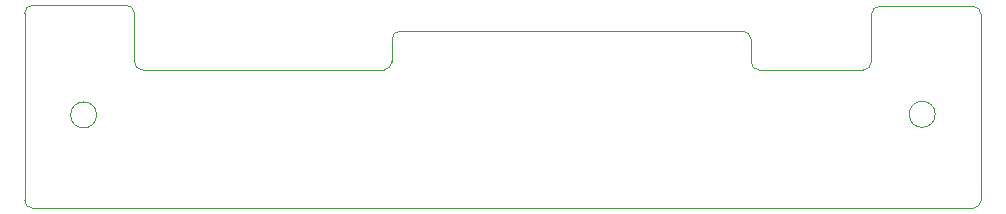
<source format=gm1>
G04 #@! TF.GenerationSoftware,KiCad,Pcbnew,7.0.2-0*
G04 #@! TF.CreationDate,2024-01-02T14:26:46-05:00*
G04 #@! TF.ProjectId,GTV,4754562e-6b69-4636-9164-5f7063625858,rev?*
G04 #@! TF.SameCoordinates,Original*
G04 #@! TF.FileFunction,Profile,NP*
%FSLAX46Y46*%
G04 Gerber Fmt 4.6, Leading zero omitted, Abs format (unit mm)*
G04 Created by KiCad (PCBNEW 7.0.2-0) date 2024-01-02 14:26:46*
%MOMM*%
%LPD*%
G01*
G04 APERTURE LIST*
G04 #@! TA.AperFunction,Profile*
%ADD10C,0.100000*%
G04 #@! TD*
G04 APERTURE END LIST*
D10*
X157800000Y-107598000D02*
G75*
G03*
X158500000Y-106898000I0J700000D01*
G01*
X137400000Y-107600000D02*
X157800000Y-107598000D01*
X189600000Y-107598000D02*
X198400000Y-107600000D01*
X136700000Y-102800000D02*
X136700000Y-106900000D01*
X188900000Y-105000000D02*
G75*
G03*
X188200000Y-104300000I-700000J0D01*
G01*
X188900000Y-105000000D02*
X188900000Y-106898000D01*
X188200000Y-104300000D02*
X159200000Y-104300000D01*
X136700000Y-102800000D02*
G75*
G03*
X136000000Y-102100000I-700000J0D01*
G01*
X199800000Y-102200000D02*
X207700000Y-102200000D01*
X188900000Y-106898000D02*
G75*
G03*
X189600000Y-107598000I700000J0D01*
G01*
X128100000Y-119305025D02*
X207700000Y-119300000D01*
X127399975Y-118605025D02*
G75*
G03*
X128100000Y-119305025I700025J25D01*
G01*
X136700000Y-106900000D02*
G75*
G03*
X137400000Y-107600000I700000J0D01*
G01*
X207700000Y-119300000D02*
G75*
G03*
X208400000Y-118600000I0J700000D01*
G01*
X128100000Y-102100000D02*
G75*
G03*
X127400000Y-102800000I0J-700000D01*
G01*
X158500000Y-106898000D02*
X158500000Y-105000000D01*
X127400000Y-118605025D02*
X127400000Y-102800000D01*
X198405025Y-107600025D02*
G75*
G03*
X199105025Y-106900000I-25J700025D01*
G01*
X208400000Y-102900000D02*
G75*
G03*
X207700000Y-102200000I-700000J0D01*
G01*
X159200000Y-104300000D02*
G75*
G03*
X158500000Y-105000000I0J-700000D01*
G01*
X199800000Y-102200000D02*
G75*
G03*
X199100000Y-102900000I0J-700000D01*
G01*
X133500000Y-111400000D02*
G75*
G03*
X133500000Y-111400000I-1100000J0D01*
G01*
X199100000Y-106900000D02*
X199100000Y-102900000D01*
X208400000Y-102900000D02*
X208400000Y-118600000D01*
X128100000Y-102100000D02*
X136000000Y-102100000D01*
X204500000Y-111350000D02*
G75*
G03*
X204500000Y-111350000I-1100000J0D01*
G01*
M02*

</source>
